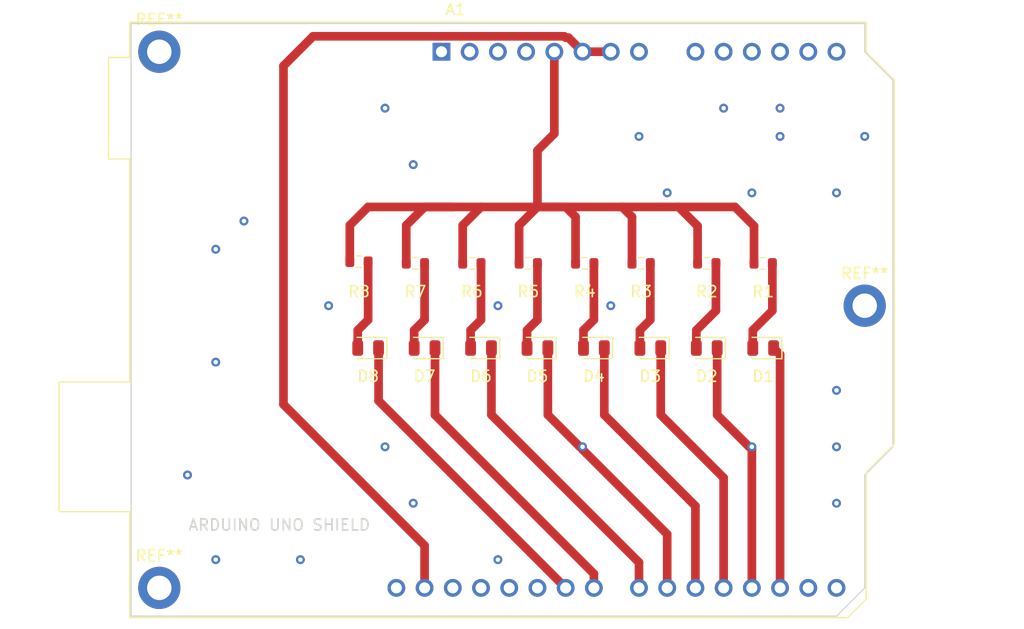
<source format=kicad_pcb>
(kicad_pcb (version 20221018) (generator pcbnew)
  (layers (0 "F.Cu" signal) (31 "B.Cu" signal) (34 "B.Paste" user) (35 "F.Paste" user) (36 "B.SilkS" user "B.Silkscreen") (37 "F.SilkS" user "F.Silkscreen") (38 "B.Mask" user) (39 "F.Mask" user) (44 "Edge.Cuts" user))
  (net 0 "")
  (net 5 "Net-(A1-+5V)")
  (net 6 "GND")
  (net 16 "Net-(A1-D2)")
  (net 17 "Net-(A1-D3)")
  (net 18 "Net-(A1-D4)")
  (net 19 "Net-(A1-D5)")
  (net 20 "Net-(A1-D6)")
  (net 21 "Net-(A1-D7)")
  (net 22 "Net-(A1-D8)")
  (net 23 "Net-(A1-D9)")
  (net 29 "Net-(D1-A)")
  (net 30 "Net-(D2-A)")
  (net 31 "Net-(D3-A)")
  (net 32 "Net-(D4-A)")
  (net 33 "Net-(D5-A)")
  (net 34 "Net-(D6-A)")
  (net 35 "Net-(D7-A)")
  (net 36 "Net-(D8-A)")
  (footprint "LED_SMD:LED_0805_2012Metric" (layer "F.Cu") (at 133.1 80.01 180)
    (fp_text reference "D2" (at 0 -2.54) (layer "F.SilkS"))
    (fp_text value "LED")
    (fp_line (start -1.685 -0.96) (end -1.685 0.96) (stroke (width 0.12)) (layer "F.SilkS"))
    (fp_line (start -1.685 0.96) (end 1 0.96) (stroke (width 0.12)) (layer "F.SilkS"))
    (fp_line (start 1 -0.96) (end -1.685 -0.96) (stroke (width 0.12)) (layer "F.SilkS"))
    (pad "1" smd roundrect (at -0.9375 0 180) (size 0.975 1.4) (layers "F.Cu" "F.Paste" "F.Mask") (net 17 "Net-(A1-D3)"))
    (pad "2" smd roundrect (at 0.9375 0 180) (size 0.975 1.4) (layers "F.Cu" "F.Paste" "F.Mask") (net 30 "Net-(D2-A)"))
  )
  (footprint "LED_SMD:LED_0805_2012Metric" (layer "F.Cu") (at 107.7 80.01 180)
    (fp_text reference "D7" (at 0 -2.54) (layer "F.SilkS"))
    (fp_text value "LED")
    (fp_line (start -1.685 -0.96) (end -1.685 0.96) (stroke (width 0.12)) (layer "F.SilkS"))
    (fp_line (start -1.685 0.96) (end 1 0.96) (stroke (width 0.12)) (layer "F.SilkS"))
    (fp_line (start 1 -0.96) (end -1.685 -0.96) (stroke (width 0.12)) (layer "F.SilkS"))
    (pad "1" smd roundrect (at -0.9375 0 180) (size 0.975 1.4) (layers "F.Cu" "F.Paste" "F.Mask") (net 22 "Net-(A1-D8)"))
    (pad "2" smd roundrect (at 0.9375 0 180) (size 0.975 1.4) (layers "F.Cu" "F.Paste" "F.Mask") (net 35 "Net-(D7-A)"))
  )
  (footprint "Resistor_SMD:R_0603_1608Metric" (layer "F.Cu") (at 106.875 72.39)
    (fp_text reference "R7" (at 0 2.54) (layer "F.SilkS"))
    (fp_text value "R_Small_US")
    (fp_line (start -0.237258 -0.5225) (end 0.237258 -0.5225) (stroke (width 0.12)) (layer "F.SilkS"))
    (fp_line (start -0.237258 0.5225) (end 0.237258 0.5225) (stroke (width 0.12)) (layer "F.SilkS"))
    (pad "1" smd roundrect (at -0.825 0) (size 0.8 0.95) (layers "F.Cu" "F.Paste" "F.Mask") (net 5 "Net-(A1-+5V)"))
    (pad "2" smd roundrect (at 0.825 0) (size 0.8 0.95) (layers "F.Cu" "F.Paste" "F.Mask") (net 35 "Net-(D7-A)"))
  )
  (footprint "Resistor_SMD:R_0603_1608Metric" (layer "F.Cu") (at 101.795 72.24)
    (fp_text reference "R8" (at 0 2.69) (layer "F.SilkS"))
    (fp_text value "R_Small_US")
    (fp_line (start -0.237258 -0.5225) (end 0.237258 -0.5225) (stroke (width 0.12)) (layer "F.SilkS"))
    (fp_line (start -0.237258 0.5225) (end 0.237258 0.5225) (stroke (width 0.12)) (layer "F.SilkS"))
    (pad "1" smd roundrect (at -0.825 0) (size 0.8 0.95) (layers "F.Cu" "F.Paste" "F.Mask") (net 5 "Net-(A1-+5V)"))
    (pad "2" smd roundrect (at 0.825 0) (size 0.8 0.95) (layers "F.Cu" "F.Paste" "F.Mask") (net 36 "Net-(D8-A)"))
  )
  (footprint "LED_SMD:LED_0805_2012Metric" (layer "F.Cu") (at 102.62 80.01 180)
    (fp_text reference "D8" (at 0 -2.54) (layer "F.SilkS"))
    (fp_text value "LED")
    (fp_line (start -1.685 -0.96) (end -1.685 0.96) (stroke (width 0.12)) (layer "F.SilkS"))
    (fp_line (start -1.685 0.96) (end 1 0.96) (stroke (width 0.12)) (layer "F.SilkS"))
    (fp_line (start 1 -0.96) (end -1.685 -0.96) (stroke (width 0.12)) (layer "F.SilkS"))
    (pad "1" smd roundrect (at -0.9375 0 180) (size 0.975 1.4) (layers "F.Cu" "F.Paste" "F.Mask") (net 23 "Net-(A1-D9)"))
    (pad "2" smd roundrect (at 0.9375 0 180) (size 0.975 1.4) (layers "F.Cu" "F.Paste" "F.Mask") (net 36 "Net-(D8-A)"))
  )
  (footprint "LED_SMD:LED_0805_2012Metric" (layer "F.Cu") (at 122.94 80.01 180)
    (fp_text reference "D4" (at 0 -2.54) (layer "F.SilkS"))
    (fp_text value "LED")
    (fp_line (start -1.685 -0.96) (end -1.685 0.96) (stroke (width 0.12)) (layer "F.SilkS"))
    (fp_line (start -1.685 0.96) (end 1 0.96) (stroke (width 0.12)) (layer "F.SilkS"))
    (fp_line (start 1 -0.96) (end -1.685 -0.96) (stroke (width 0.12)) (layer "F.SilkS"))
    (pad "1" smd roundrect (at -0.9375 0 180) (size 0.975 1.4) (layers "F.Cu" "F.Paste" "F.Mask") (net 19 "Net-(A1-D5)"))
    (pad "2" smd roundrect (at 0.9375 0 180) (size 0.975 1.4) (layers "F.Cu" "F.Paste" "F.Mask") (net 32 "Net-(D4-A)"))
  )
  (footprint "LED_SMD:LED_0805_2012Metric" (layer "F.Cu") (at 128.02 80.01 180)
    (fp_text reference "D3" (at 0 -2.54) (layer "F.SilkS"))
    (fp_text value "LED")
    (fp_line (start -1.685 -0.96) (end -1.685 0.96) (stroke (width 0.12)) (layer "F.SilkS"))
    (fp_line (start -1.685 0.96) (end 1 0.96) (stroke (width 0.12)) (layer "F.SilkS"))
    (fp_line (start 1 -0.96) (end -1.685 -0.96) (stroke (width 0.12)) (layer "F.SilkS"))
    (pad "1" smd roundrect (at -0.9375 0 180) (size 0.975 1.4) (layers "F.Cu" "F.Paste" "F.Mask") (net 18 "Net-(A1-D4)"))
    (pad "2" smd roundrect (at 0.9375 0 180) (size 0.975 1.4) (layers "F.Cu" "F.Paste" "F.Mask") (net 31 "Net-(D3-A)"))
  )
  (footprint "MountingHole:MountingHole_2.2mm_M2_DIN965_Pad" (layer "F.Cu") (at 147.32 76.2)
    (fp_text reference "REF**" (at 0 -2.9) (layer "F.SilkS"))
    (fp_text value "MountingHole_2.2mm_M2_DIN965_Pad")
    (pad "1" thru_hole circle (at 0 0) (size 3.8 3.8) (drill 2.2) (layers "*.Cu" "*.Mask"))
  )
  (footprint "Resistor_SMD:R_0603_1608Metric" (layer "F.Cu") (at 127.195 72.39)
    (fp_text reference "R3" (at 0 2.54) (layer "F.SilkS"))
    (fp_text value "R_Small_US")
    (fp_line (start -0.237258 -0.5225) (end 0.237258 -0.5225) (stroke (width 0.12)) (layer "F.SilkS"))
    (fp_line (start -0.237258 0.5225) (end 0.237258 0.5225) (stroke (width 0.12)) (layer "F.SilkS"))
    (pad "1" smd roundrect (at -0.825 0) (size 0.8 0.95) (layers "F.Cu" "F.Paste" "F.Mask") (net 5 "Net-(A1-+5V)"))
    (pad "2" smd roundrect (at 0.825 0) (size 0.8 0.95) (layers "F.Cu" "F.Paste" "F.Mask") (net 31 "Net-(D3-A)"))
  )
  (footprint "Resistor_SMD:R_0603_1608Metric" (layer "F.Cu") (at 138.18 72.39)
    (fp_text reference "R1" (at 0 2.54) (layer "F.SilkS"))
    (fp_text value "R_Small_US")
    (fp_line (start -0.237258 -0.5225) (end 0.237258 -0.5225) (stroke (width 0.12)) (layer "F.SilkS"))
    (fp_line (start -0.237258 0.5225) (end 0.237258 0.5225) (stroke (width 0.12)) (layer "F.SilkS"))
    (pad "1" smd roundrect (at -0.825 0) (size 0.8 0.95) (layers "F.Cu" "F.Paste" "F.Mask") (net 5 "Net-(A1-+5V)"))
    (pad "2" smd roundrect (at 0.825 0) (size 0.8 0.95) (layers "F.Cu" "F.Paste" "F.Mask") (net 29 "Net-(D1-A)"))
  )
  (footprint "LED_SMD:LED_0805_2012Metric" (layer "F.Cu") (at 117.86 80.01 180)
    (fp_text reference "D5" (at 0 -2.54) (layer "F.SilkS"))
    (fp_text value "LED")
    (fp_line (start -1.685 -0.96) (end -1.685 0.96) (stroke (width 0.12)) (layer "F.SilkS"))
    (fp_line (start -1.685 0.96) (end 1 0.96) (stroke (width 0.12)) (layer "F.SilkS"))
    (fp_line (start 1 -0.96) (end -1.685 -0.96) (stroke (width 0.12)) (layer "F.SilkS"))
    (pad "1" smd roundrect (at -0.9375 0 180) (size 0.975 1.4) (layers "F.Cu" "F.Paste" "F.Mask") (net 20 "Net-(A1-D6)"))
    (pad "2" smd roundrect (at 0.9375 0 180) (size 0.975 1.4) (layers "F.Cu" "F.Paste" "F.Mask") (net 33 "Net-(D5-A)"))
  )
  (footprint "Module:Arduino_UNO_R2" (layer "F.Cu") (at 109.22 53.34)
    (fp_text reference "A1" (at 1.27 -3.81 180) (layer "F.SilkS"))
    (fp_text value "Arduino_UNO_R2")
    (fp_line (start -34.42 29.72) (end -34.42 41.4) (stroke (width 0.12)) (layer "F.SilkS"))
    (fp_line (start -34.42 41.4) (end -28.07 41.4) (stroke (width 0.12)) (layer "F.SilkS"))
    (fp_line (start -29.97 0.51) (end -29.97 9.65) (stroke (width 0.12)) (layer "F.SilkS"))
    (fp_line (start -29.97 9.65) (end -28.07 9.65) (stroke (width 0.12)) (layer "F.SilkS"))
    (fp_line (start -28.07 -2.67) (end -28.07 0.51) (stroke (width 0.12)) (layer "F.SilkS"))
    (fp_line (start -28.07 0.51) (end -29.97 0.51) (stroke (width 0.12)) (layer "F.SilkS"))
    (fp_line (start -28.07 9.65) (end -28.07 29.72) (stroke (width 0.12)) (layer "F.SilkS"))
    (fp_line (start -28.07 29.72) (end -34.42 29.72) (stroke (width 0.12)) (layer "F.SilkS"))
    (fp_line (start -28.07 41.4) (end -28.07 50.93) (stroke (width 0.12)) (layer "F.SilkS"))
    (fp_line (start -28.07 50.93) (end 36.58 50.93) (stroke (width 0.12)) (layer "F.SilkS"))
    (fp_line (start 36.58 50.93) (end 38.23 49.28) (stroke (width 0.12)) (layer "F.SilkS"))
    (fp_line (start 38.23 -2.67) (end -28.07 -2.67) (stroke (width 0.12)) (layer "F.SilkS"))
    (fp_line (start 38.23 0) (end 38.23 -2.67) (stroke (width 0.12)) (layer "F.SilkS"))
    (fp_line (start 38.23 37.85) (end 40.77 35.31) (stroke (width 0.12)) (layer "F.SilkS"))
    (fp_line (start 38.23 49.28) (end 38.23 37.85) (stroke (width 0.12)) (layer "F.SilkS"))
    (fp_line (start 40.77 2.54) (end 38.23 0) (stroke (width 0.12)) (layer "F.SilkS"))
    (fp_line (start 40.77 35.31) (end 40.77 2.54) (stroke (width 0.12)) (layer "F.SilkS"))
    (pad "1" thru_hole rect (at 0 0 90) (size 1.6 1.6) (drill 1) (layers "*.Cu" "*.Mask"))
    (pad "2" thru_hole oval (at 2.54 0 90) (size 1.6 1.6) (drill 1) (layers "*.Cu" "*.Mask"))
    (pad "3" thru_hole oval (at 5.08 0 90) (size 1.6 1.6) (drill 1) (layers "*.Cu" "*.Mask"))
    (pad "4" thru_hole oval (at 7.62 0 90) (size 1.6 1.6) (drill 1) (layers "*.Cu" "*.Mask"))
    (pad "5" thru_hole oval (at 10.16 0 90) (size 1.6 1.6) (drill 1) (layers "*.Cu" "*.Mask") (net 5 "Net-(A1-+5V)"))
    (pad "6" thru_hole oval (at 12.7 0 90) (size 1.6 1.6) (drill 1) (layers "*.Cu" "*.Mask") (net 6 "GND"))
    (pad "7" thru_hole oval (at 15.24 0 90) (size 1.6 1.6) (drill 1) (layers "*.Cu" "*.Mask") (net 6 "GND"))
    (pad "8" thru_hole oval (at 17.78 0 90) (size 1.6 1.6) (drill 1) (layers "*.Cu" "*.Mask"))
    (pad "9" thru_hole oval (at 22.86 0 90) (size 1.6 1.6) (drill 1) (layers "*.Cu" "*.Mask"))
    (pad "10" thru_hole oval (at 25.4 0 90) (size 1.6 1.6) (drill 1) (layers "*.Cu" "*.Mask"))
    (pad "11" thru_hole oval (at 27.94 0 90) (size 1.6 1.6) (drill 1) (layers "*.Cu" "*.Mask"))
    (pad "12" thru_hole oval (at 30.48 0 90) (size 1.6 1.6) (drill 1) (layers "*.Cu" "*.Mask"))
    (pad "13" thru_hole oval (at 33.02 0 90) (size 1.6 1.6) (drill 1) (layers "*.Cu" "*.Mask"))
    (pad "14" thru_hole oval (at 35.56 0 90) (size 1.6 1.6) (drill 1) (layers "*.Cu" "*.Mask"))
    (pad "15" thru_hole oval (at 35.56 48.26 90) (size 1.6 1.6) (drill 1) (layers "*.Cu" "*.Mask"))
    (pad "16" thru_hole oval (at 33.02 48.26 90) (size 1.6 1.6) (drill 1) (layers "*.Cu" "*.Mask"))
    (pad "17" thru_hole oval (at 30.48 48.26 90) (size 1.6 1.6) (drill 1) (layers "*.Cu" "*.Mask") (net 16 "Net-(A1-D2)"))
    (pad "18" thru_hole oval (at 27.94 48.26 90) (size 1.6 1.6) (drill 1) (layers "*.Cu" "*.Mask") (net 17 "Net-(A1-D3)"))
    (pad "19" thru_hole oval (at 25.4 48.26 90) (size 1.6 1.6) (drill 1) (layers "*.Cu" "*.Mask") (net 18 "Net-(A1-D4)"))
    (pad "20" thru_hole oval (at 22.86 48.26 90) (size 1.6 1.6) (drill 1) (layers "*.Cu" "*.Mask") (net 19 "Net-(A1-D5)"))
    (pad "21" thru_hole oval (at 20.32 48.26 90) (size 1.6 1.6) (drill 1) (layers "*.Cu" "*.Mask") (net 20 "Net-(A1-D6)"))
    (pad "22" thru_hole oval (at 17.78 48.26 90) (size 1.6 1.6) (drill 1) (layers "*.Cu" "*.Mask") (net 21 "Net-(A1-D7)"))
    (pad "23" thru_hole oval (at 13.72 48.26 90) (size 1.6 1.6) (drill 1) (layers "*.Cu" "*.Mask") (net 22 "Net-(A1-D8)"))
    (pad "24" thru_hole oval (at 11.18 48.26 90) (size 1.6 1.6) (drill 1) (layers "*.Cu" "*.Mask") (net 23 "Net-(A1-D9)"))
    (pad "25" thru_hole oval (at 8.64 48.26 90) (size 1.6 1.6) (drill 1) (layers "*.Cu" "*.Mask"))
    (pad "26" thru_hole oval (at 6.1 48.26 90) (size 1.6 1.6) (drill 1) (layers "*.Cu" "*.Mask"))
    (pad "27" thru_hole oval (at 3.56 48.26 90) (size 1.6 1.6) (drill 1) (layers "*.Cu" "*.Mask"))
    (pad "28" thru_hole oval (at 1.02 48.26 90) (size 1.6 1.6) (drill 1) (layers "*.Cu" "*.Mask"))
    (pad "29" thru_hole oval (at -1.52 48.26 90) (size 1.6 1.6) (drill 1) (layers "*.Cu" "*.Mask") (net 6 "GND"))
    (pad "30" thru_hole oval (at -4.06 48.26 90) (size 1.6 1.6) (drill 1) (layers "*.Cu" "*.Mask"))
  )
  (footprint "Resistor_SMD:R_0603_1608Metric" (layer "F.Cu") (at 133.1 72.39)
    (fp_text reference "R2" (at 0 2.54) (layer "F.SilkS"))
    (fp_text value "R_Small_US")
    (fp_line (start -0.237258 -0.5225) (end 0.237258 -0.5225) (stroke (width 0.12)) (layer "F.SilkS"))
    (fp_line (start -0.237258 0.5225) (end 0.237258 0.5225) (stroke (width 0.12)) (layer "F.SilkS"))
    (pad "1" smd roundrect (at -0.825 0) (size 0.8 0.95) (layers "F.Cu" "F.Paste" "F.Mask") (net 5 "Net-(A1-+5V)"))
    (pad "2" smd roundrect (at 0.825 0) (size 0.8 0.95) (layers "F.Cu" "F.Paste" "F.Mask") (net 30 "Net-(D2-A)"))
  )
  (footprint "MountingHole:MountingHole_2.2mm_M2_DIN965_Pad" (layer "F.Cu") (at 83.82 101.6)
    (fp_text reference "REF**" (at 0 -2.9) (layer "F.SilkS"))
    (fp_text value "MountingHole_2.2mm_M2_DIN965_Pad")
    (pad "1" thru_hole circle (at 0 0) (size 3.8 3.8) (drill 2.2) (layers "*.Cu" "*.Mask"))
  )
  (footprint "LED_SMD:LED_0805_2012Metric" (layer "F.Cu") (at 138.18 80.01 180)
    (fp_text reference "D1" (at 0 -2.54) (layer "F.SilkS"))
    (fp_text value "LED")
    (fp_line (start -1.685 -0.96) (end -1.685 0.96) (stroke (width 0.12)) (layer "F.SilkS"))
    (fp_line (start -1.685 0.96) (end 1 0.96) (stroke (width 0.12)) (layer "F.SilkS"))
    (fp_line (start 1 -0.96) (end -1.685 -0.96) (stroke (width 0.12)) (layer "F.SilkS"))
    (pad "1" smd roundrect (at -0.9375 0 180) (size 0.975 1.4) (layers "F.Cu" "F.Paste" "F.Mask") (net 16 "Net-(A1-D2)"))
    (pad "2" smd roundrect (at 0.9375 0 180) (size 0.975 1.4) (layers "F.Cu" "F.Paste" "F.Mask") (net 29 "Net-(D1-A)"))
  )
  (footprint "MountingHole:MountingHole_2.2mm_M2_DIN965_Pad" (layer "F.Cu") (at 83.82 53.34)
    (fp_text reference "REF**" (at 0 -2.9) (layer "F.SilkS"))
    (fp_text value "MountingHole_2.2mm_M2_DIN965_Pad")
    (pad "1" thru_hole circle (at 0 0) (size 3.8 3.8) (drill 2.2) (layers "*.Cu" "*.Mask"))
  )
  (footprint "Resistor_SMD:R_0603_1608Metric" (layer "F.Cu") (at 117.035 72.39)
    (fp_text reference "R5" (at 0 2.54) (layer "F.SilkS"))
    (fp_text value "R_Small_US")
    (fp_line (start -0.237258 -0.5225) (end 0.237258 -0.5225) (stroke (width 0.12)) (layer "F.SilkS"))
    (fp_line (start -0.237258 0.5225) (end 0.237258 0.5225) (stroke (width 0.12)) (layer "F.SilkS"))
    (pad "1" smd roundrect (at -0.825 0) (size 0.8 0.95) (layers "F.Cu" "F.Paste" "F.Mask") (net 5 "Net-(A1-+5V)"))
    (pad "2" smd roundrect (at 0.825 0) (size 0.8 0.95) (layers "F.Cu" "F.Paste" "F.Mask") (net 33 "Net-(D5-A)"))
  )
  (footprint "Resistor_SMD:R_0603_1608Metric" (layer "F.Cu") (at 111.955 72.39)
    (fp_text reference "R6" (at 0 2.54) (layer "F.SilkS"))
    (fp_text value "R_Small_US")
    (fp_line (start -0.237258 -0.5225) (end 0.237258 -0.5225) (stroke (width 0.12)) (layer "F.SilkS"))
    (fp_line (start -0.237258 0.5225) (end 0.237258 0.5225) (stroke (width 0.12)) (layer "F.SilkS"))
    (pad "1" smd roundrect (at -0.825 0) (size 0.8 0.95) (layers "F.Cu" "F.Paste" "F.Mask") (net 5 "Net-(A1-+5V)"))
    (pad "2" smd roundrect (at 0.825 0) (size 0.8 0.95) (layers "F.Cu" "F.Paste" "F.Mask") (net 34 "Net-(D6-A)"))
  )
  (footprint "Resistor_SMD:R_0603_1608Metric" (layer "F.Cu") (at 122.115 72.39)
    (fp_text reference "R4" (at 0 2.54) (layer "F.SilkS"))
    (fp_text value "R_Small_US")
    (fp_line (start -0.237258 -0.5225) (end 0.237258 -0.5225) (stroke (width 0.12)) (layer "F.SilkS"))
    (fp_line (start -0.237258 0.5225) (end 0.237258 0.5225) (stroke (width 0.12)) (layer "F.SilkS"))
    (pad "1" smd roundrect (at -0.825 0) (size 0.8 0.95) (layers "F.Cu" "F.Paste" "F.Mask") (net 5 "Net-(A1-+5V)"))
    (pad "2" smd roundrect (at 0.825 0) (size 0.8 0.95) (layers "F.Cu" "F.Paste" "F.Mask") (net 32 "Net-(D4-A)"))
  )
  (footprint "LED_SMD:LED_0805_2012Metric" (layer "F.Cu") (at 112.78 80.01 180)
    (fp_text reference "D6" (at 0 -2.54) (layer "F.SilkS"))
    (fp_text value "LED")
    (fp_line (start -1.685 -0.96) (end -1.685 0.96) (stroke (width 0.12)) (layer "F.SilkS"))
    (fp_line (start -1.685 0.96) (end 1 0.96) (stroke (width 0.12)) (layer "F.SilkS"))
    (fp_line (start 1 -0.96) (end -1.685 -0.96) (stroke (width 0.12)) (layer "F.SilkS"))
    (pad "1" smd roundrect (at -0.9375 0 180) (size 0.975 1.4) (layers "F.Cu" "F.Paste" "F.Mask") (net 21 "Net-(A1-D7)"))
    (pad "2" smd roundrect (at 0.9375 0 180) (size 0.975 1.4) (layers "F.Cu" "F.Paste" "F.Mask") (net 34 "Net-(D6-A)"))
  )
  (gr_line (start 81.28 50.8) (end 81.28 104.14) (stroke (width 0.1)) (layer "Edge.Cuts"))
  (gr_line (start 147.32 91.44) (end 149.86 88.9) (stroke (width 0.1)) (layer "Edge.Cuts"))
  (gr_line (start 147.32 53.34) (end 147.32 50.8) (stroke (width 0.1)) (layer "Edge.Cuts"))
  (gr_line (start 147.32 50.8) (end 81.28 50.8) (stroke (width 0.1)) (layer "Edge.Cuts"))
  (gr_line (start 149.86 88.9) (end 149.86 55.88) (stroke (width 0.1)) (layer "Edge.Cuts"))
  (gr_line (start 149.86 55.88) (end 147.32 53.34) (stroke (width 0.1)) (layer "Edge.Cuts"))
  (gr_line (start 81.28 104.14) (end 144.78 104.14) (stroke (width 0.1)) (layer "Edge.Cuts"))
  (gr_line (start 147.32 101.6) (end 147.32 91.44) (stroke (width 0.1)) (layer "Edge.Cuts"))
  (gr_line (start 144.78 104.14) (end 147.32 101.6) (stroke (width 0.1)) (layer "Edge.Cuts"))
  (gr_text "ARDUINO UNO SHIELD" (at 86.36 96.52) (layer "Edge.Cuts") (effects (font (size 1 1)) (justify left bottom)))
  (via (at 124.46 76.2) (size 0.8) (drill 0.4) (layers "F.Cu" "B.Cu") (net 0))
  (via (at 99.06 76.2) (size 0.8) (drill 0.4) (layers "F.Cu" "B.Cu") (net 0))
  (via (at 134.62 58.42) (size 0.8) (drill 0.4) (layers "F.Cu" "B.Cu") (net 0))
  (via (at 144.78 83.82) (size 0.8) (drill 0.4) (layers "F.Cu" "B.Cu") (net 0))
  (via (at 127 60.96) (size 0.8) (drill 0.4) (layers "F.Cu" "B.Cu") (net 0))
  (via (at 137.16 66.04) (size 0.8) (drill 0.4) (layers "F.Cu" "B.Cu") (net 0))
  (via (at 114.3 76.2) (size 0.8) (drill 0.4) (layers "F.Cu" "B.Cu") (net 0))
  (via (at 104.14 58.42) (size 0.8) (drill 0.4) (layers "F.Cu" "B.Cu") (net 0))
  (via (at 139.7 60.96) (size 0.8) (drill 0.4) (layers "F.Cu" "B.Cu") (net 0))
  (via (at 104.14 88.9) (size 0.8) (drill 0.4) (layers "F.Cu" "B.Cu") (net 0))
  (via (at 139.7 58.42) (size 0.8) (drill 0.4) (layers "F.Cu" "B.Cu") (net 0))
  (via (at 86.36 91.44) (size 0.8) (drill 0.4) (layers "F.Cu" "B.Cu") (net 0))
  (via (at 144.78 93.98) (size 0.8) (drill 0.4) (layers "F.Cu" "B.Cu") (net 0))
  (via (at 106.68 93.98) (size 0.8) (drill 0.4) (layers "F.Cu" "B.Cu") (net 0))
  (via (at 144.78 88.9) (size 0.8) (drill 0.4) (layers "F.Cu" "B.Cu") (net 0))
  (via (at 88.9 99.06) (size 0.8) (drill 0.4) (layers "F.Cu" "B.Cu") (net 0))
  (via (at 147.32 60.96) (size 0.8) (drill 0.4) (layers "F.Cu" "B.Cu") (net 0))
  (via (at 96.52 99.06) (size 0.8) (drill 0.4) (layers "F.Cu" "B.Cu") (net 0))
  (via (at 114.3 99.06) (size 0.8) (drill 0.4) (layers "F.Cu" "B.Cu") (net 0))
  (via (at 129.54 66.04) (size 0.8) (drill 0.4) (layers "F.Cu" "B.Cu") (net 0))
  (via (at 106.68 63.5) (size 0.8) (drill 0.4) (layers "F.Cu" "B.Cu") (net 0))
  (via (at 88.9 81.28) (size 0.8) (drill 0.4) (layers "F.Cu" "B.Cu") (net 0))
  (via (at 144.78 66.04) (size 0.8) (drill 0.4) (layers "F.Cu" "B.Cu") (net 0))
  (via (at 88.9 71.12) (size 0.8) (drill 0.4) (layers "F.Cu" "B.Cu") (net 0))
  (via (at 91.44 68.58) (size 0.8) (drill 0.4) (layers "F.Cu" "B.Cu") (net 0))
  (segment (start 102.62 67.31) (end 110.24 67.31) (width 0.78) (layer "F.Cu") (net 5))
  (segment (start 100.97 68.96) (end 102.62 67.31) (width 0.78) (layer "F.Cu") (net 5))
  (segment (start 119.38 53.34) (end 119.38 60.71) (width 0.78) (layer "F.Cu") (net 5))
  (segment (start 132.275 72.39) (end 132.275 69.025) (width 0.78) (layer "F.Cu") (net 5))
  (segment (start 100.97 72.24) (end 100.97 68.96) (width 0.78) (layer "F.Cu") (net 5))
  (segment (start 107.7 67.31) (end 110.24 67.31) (width 0.78) (layer "F.Cu") (net 5))
  (segment (start 120.4 67.31) (end 121.29 68.2) (width 0.78) (layer "F.Cu") (net 5))
  (segment (start 132.275 69.025) (end 130.56 67.31) (width 0.78) (layer "F.Cu") (net 5))
  (segment (start 110.24 67.31) (end 112.78 67.31) (width 0.78) (layer "F.Cu") (net 5))
  (segment (start 111.13 68.96) (end 112.78 67.31) (width 0.78) (layer "F.Cu") (net 5))
  (segment (start 121.29 68.2) (end 121.29 72.39) (width 0.78) (layer "F.Cu") (net 5))
  (segment (start 117.86 62.23) (end 117.86 67.31) (width 0.78) (layer "F.Cu") (net 5))
  (segment (start 106.05 68.96) (end 107.7 67.31) (width 0.78) (layer "F.Cu") (net 5))
  (segment (start 130.56 67.31) (end 135.64 67.31) (width 0.78) (layer "F.Cu") (net 5))
  (segment (start 116.21 68.96) (end 117.86 67.31) (width 0.78) (layer "F.Cu") (net 5))
  (segment (start 111.13 72.39) (end 111.13 68.96) (width 0.78) (layer "F.Cu") (net 5))
  (segment (start 126.37 68.2) (end 125.48 67.31) (width 0.78) (layer "F.Cu") (net 5))
  (segment (start 135.64 67.31) (end 137.355 69.025) (width 0.78) (layer "F.Cu") (net 5))
  (segment (start 119.38 60.71) (end 117.86 62.23) (width 0.78) (layer "F.Cu") (net 5))
  (segment (start 117.86 67.31) (end 120.4 67.31) (width 0.78) (layer "F.Cu") (net 5))
  (segment (start 106.05 72.39) (end 106.05 68.96) (width 0.78) (layer "F.Cu") (net 5))
  (segment (start 137.355 69.025) (end 137.355 72.39) (width 0.78) (layer "F.Cu") (net 5))
  (segment (start 126.37 72.39) (end 126.37 68.2) (width 0.78) (layer "F.Cu") (net 5))
  (segment (start 130.56 67.31) (end 125.48 67.31) (width 0.78) (layer "F.Cu") (net 5))
  (segment (start 112.78 67.31) (end 117.86 67.31) (width 0.78) (layer "F.Cu") (net 5))
  (segment (start 125.48 67.31) (end 117.86 67.31) (width 0.78) (layer "F.Cu") (net 5))
  (segment (start 116.21 72.39) (end 116.21 68.96) (width 0.78) (layer "F.Cu") (net 5))
  (segment (start 107.7 101.6) (end 107.7 97.79) (width 0.78) (layer "F.Cu") (net 6))
  (segment (start 97.66 51.95) (end 120.28 51.95) (width 0.78) (layer "F.Cu") (net 6))
  (segment (start 121.92 53.34) (end 124.46 53.34) (width 0.78) (layer "F.Cu") (net 6))
  (segment (start 95 54.61) (end 97.66 51.95) (width 0.78) (layer "F.Cu") (net 6))
  (segment (start 95 85.09) (end 95 54.61) (width 0.78) (layer "F.Cu") (net 6))
  (segment (start 120.4 52.07) (end 120.28 51.95) (width 0.78) (layer "F.Cu") (net 6))
  (segment (start 120.4 52.07) (end 120.65 52.07) (width 0.78) (layer "F.Cu") (net 6))
  (segment (start 107.7 97.79) (end 95 85.09) (width 0.78) (layer "F.Cu") (net 6))
  (segment (start 120.65 52.07) (end 121.92 53.34) (width 0.78) (layer "F.Cu") (net 6))
  (segment (start 139.7 101.6) (end 139.7 80.5925) (width 0.78) (layer "F.Cu") (net 16))
  (segment (start 139.7 80.5925) (end 139.1175 80.01) (width 0.78) (layer "F.Cu") (net 16))
  (segment (start 139.7825 101.5175) (end 139.7 101.6) (width 0.78) (layer "F.Cu") (net 16))
  (segment (start 137.16 101.6) (end 137.16 89.15) (width 0.78) (layer "F.Cu") (net 17))
  (segment (start 134.0375 86.0275) (end 134.0375 80.01) (width 0.78) (layer "F.Cu") (net 17))
  (segment (start 136.91 88.9) (end 134.0375 86.0275) (width 0.78) (layer "F.Cu") (net 17))
  (segment (start 137.16 89.15) (end 137.16 89.15) (width 0.78) (layer "F.Cu") (net 17))
  (segment (start 137.16 88.9) (end 136.91 88.9) (width 0.78) (layer "F.Cu") (net 17))
  (segment (start 137.16 89.15) (end 137.16 88.9) (width 0.78) (layer "F.Cu") (net 17))
  (via (at 137.16 88.9) (size 0.8) (drill 0.4) (layers "F.Cu" "B.Cu") (net 17))
  (segment (start 128.9575 86.0275) (end 134.62 91.69) (width 0.78) (layer "F.Cu") (net 18))
  (segment (start 134.62 91.69) (end 134.62 101.6) (width 0.78) (layer "F.Cu") (net 18))
  (segment (start 128.9575 80.01) (end 128.9575 86.0275) (width 0.78) (layer "F.Cu") (net 18))
  (segment (start 123.8775 86.0275) (end 123.8775 80.01) (width 0.78) (layer "F.Cu") (net 19))
  (segment (start 132.08 94.23) (end 123.8775 86.0275) (width 0.78) (layer "F.Cu") (net 19))
  (segment (start 132.08 101.6) (end 132.08 94.23) (width 0.78) (layer "F.Cu") (net 19))
  (segment (start 129.54 101.6) (end 129.54 96.77) (width 0.78) (layer "F.Cu") (net 20))
  (segment (start 121.92 89.15) (end 121.92 88.9) (width 0.78) (layer "F.Cu") (net 20))
  (segment (start 121.92 88.9) (end 121.67 88.9) (width 0.78) (layer "F.Cu") (net 20))
  (segment (start 118.7975 86.0275) (end 118.7975 80.01) (width 0.78) (layer "F.Cu") (net 20))
  (segment (start 129.54 96.77) (end 121.92 89.15) (width 0.78) (layer "F.Cu") (net 20))
  (segment (start 121.67 88.9) (end 118.7975 86.0275) (width 0.78) (layer "F.Cu") (net 20))
  (via (at 121.92 88.9) (size 0.8) (drill 0.4) (layers "F.Cu" "B.Cu") (net 20))
  (segment (start 113.7175 86.0275) (end 127 99.31) (width 0.78) (layer "F.Cu") (net 21))
  (segment (start 127 99.31) (end 127 101.6) (width 0.78) (layer "F.Cu") (net 21))
  (segment (start 113.7175 80.01) (end 113.7175 86.0275) (width 0.78) (layer "F.Cu") (net 21))
  (segment (start 122.94 100.33) (end 108.6375 86.0275) (width 0.78) (layer "F.Cu") (net 22))
  (segment (start 122.94 101.6) (end 122.94 100.33) (width 0.78) (layer "F.Cu") (net 22))
  (segment (start 108.6375 86.0275) (end 108.6375 80.01) (width 0.78) (layer "F.Cu") (net 22))
  (segment (start 103.5575 80.01) (end 103.5575 84.7575) (width 0.78) (layer "F.Cu") (net 23))
  (segment (start 103.5575 84.7575) (end 120.4 101.6) (width 0.78) (layer "F.Cu") (net 23))
  (segment (start 137.2425 80.01) (end 137.2425 78.4075) (width 0.78) (layer "F.Cu") (net 29))
  (segment (start 137.2425 78.4075) (end 139.005 76.645) (width 0.78) (layer "F.Cu") (net 29))
  (segment (start 139.005 76.645) (end 139.005 72.39) (width 0.78) (layer "F.Cu") (net 29))
  (segment (start 133.925 76.645) (end 133.925 72.39) (width 0.78) (layer "F.Cu") (net 30))
  (segment (start 132.1625 80.01) (end 132.1625 78.4075) (width 0.78) (layer "F.Cu") (net 30))
  (segment (start 132.1625 78.4075) (end 133.925 76.645) (width 0.78) (layer "F.Cu") (net 30))
  (segment (start 127.0825 80.01) (end 127.0825 78.4075) (width 0.78) (layer "F.Cu") (net 31))
  (segment (start 128.02 77.47) (end 128.02 72.39) (width 0.78) (layer "F.Cu") (net 31))
  (segment (start 127.0825 78.4075) (end 128.02 77.47) (width 0.78) (layer "F.Cu") (net 31))
  (segment (start 122.0025 80.01) (end 122.0025 78.4075) (width 0.78) (layer "F.Cu") (net 32))
  (segment (start 122.94 77.47) (end 122.94 72.39) (width 0.78) (layer "F.Cu") (net 32))
  (segment (start 122.0025 78.4075) (end 122.94 77.47) (width 0.78) (layer "F.Cu") (net 32))
  (segment (start 117.86 77.47) (end 117.86 72.39) (width 0.78) (layer "F.Cu") (net 33))
  (segment (start 116.9225 78.4075) (end 117.86 77.47) (width 0.78) (layer "F.Cu") (net 33))
  (segment (start 116.9225 80.01) (end 116.9225 78.4075) (width 0.78) (layer "F.Cu") (net 33))
  (segment (start 111.8425 80.01) (end 111.8425 78.4075) (width 0.78) (layer "F.Cu") (net 34))
  (segment (start 111.8425 78.4075) (end 112.78 77.47) (width 0.78) (layer "F.Cu") (net 34))
  (segment (start 112.78 77.47) (end 112.78 72.39) (width 0.78) (layer "F.Cu") (net 34))
  (segment (start 107.7 77.47) (end 107.7 72.39) (width 0.78) (layer "F.Cu") (net 35))
  (segment (start 106.7625 80.01) (end 106.7625 78.4075) (width 0.78) (layer "F.Cu") (net 35))
  (segment (start 106.7625 78.4075) (end 107.7 77.47) (width 0.78) (layer "F.Cu") (net 35))
  (segment (start 101.6825 80.01) (end 101.6825 78.4075) (width 0.78) (layer "F.Cu") (net 36))
  (segment (start 102.62 77.47) (end 102.62 72.24) (width 0.78) (layer "F.Cu") (net 36))
  (segment (start 101.6825 78.4075) (end 102.62 77.47) (width 0.78) (layer "F.Cu") (net 36))
)
</source>
